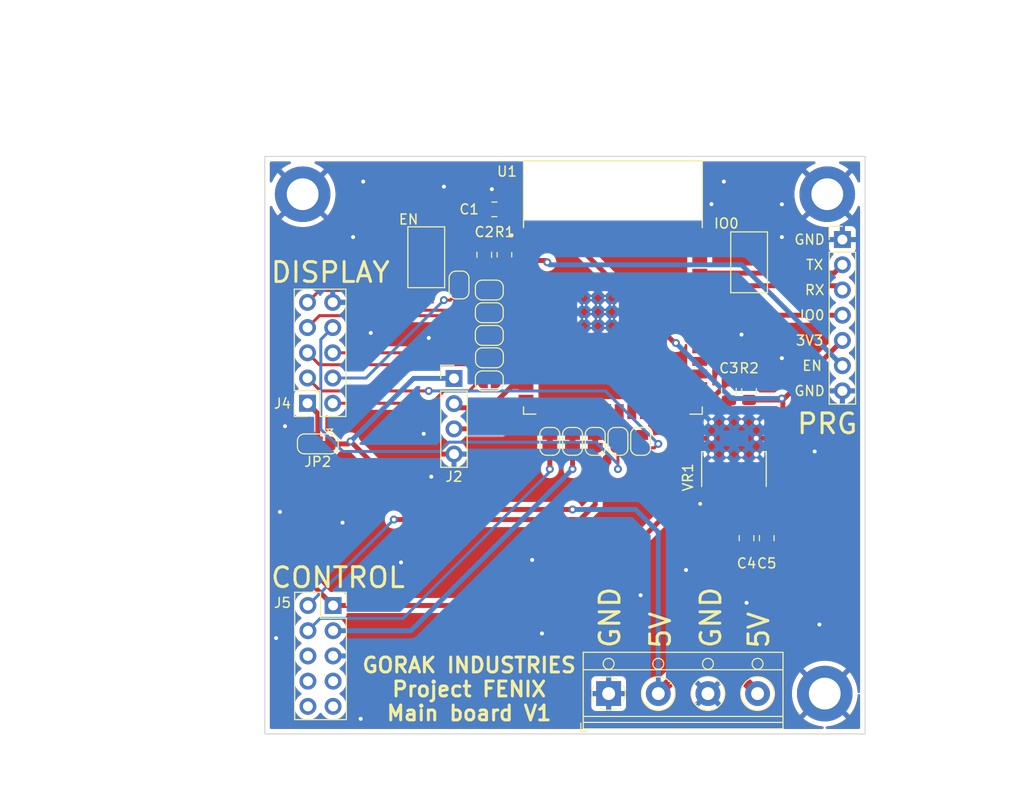
<source format=kicad_pcb>
(kicad_pcb (version 20211014) (generator pcbnew)
  (layers (0 "F.Cu" signal) (31 "B.Cu" signal) (34 "B.Paste" user) (35 "F.Paste" user) (36 "B.SilkS" user "B.Silkscreen") (37 "F.SilkS" user "F.Silkscreen") (38 "B.Mask" user) (39 "F.Mask" user) (44 "Edge.Cuts" user))
  (net 0 "")
  (net 1 "EN")
  (net 2 "GND")
  (net 3 "+3.3V")
  (net 4 "+5V")
  (net 5 "Net-(J4-Pad1)")
  (net 6 "N_out")
  (net 10 "CS")
  (net 11 "D-")
  (net 12 "D+")
  (net 15 "RESET")
  (net 16 "DC{slash}RS")
  (net 17 "LED_back")
  (net 18 "MISO")
  (net 19 "SCK")
  (net 25 "IO0")
  (net 34 "RX0")
  (net 35 "TX0")
  (net 36 "MOSI")
  (net 38 "INT")
  (net 39 "SDA")
  (net 40 "SCL")
  (net 46 "Net-(U1-Pad4)")
  (net 47 "Net-(U1-Pad5)")
  (net 48 "Net-(U1-Pad6)")
  (net 49 "Net-(U1-Pad7)")
  (net 50 "Net-(U1-Pad12)")
  (net 51 "Net-(U1-Pad17)")
  (net 52 "Net-(U1-Pad18)")
  (net 53 "Net-(U1-Pad19)")
  (net 54 "Net-(U1-Pad20)")
  (net 55 "Net-(U1-Pad21)")
  (net 56 "Net-(U1-Pad8)")
  (net 58 "Net-(C5-Pad1)")
  (footprint "TerminalBlock_RND:TerminalBlock_RND_205-00014_1x04_P5.00mm_Horizontal" (layer "F.Cu") (at 200.486 118.872)
    (fp_text reference "J3" hide)
    (fp_text value "VIN")
    (pad "1" thru_hole rect (at 0 0) (size 2.5 2.5) (drill 1.3) (layers *.Cu *.Mask) (net 2 "GND"))
    (pad "2" thru_hole circle (at 5 0) (size 2.5 2.5) (drill 1.3) (layers *.Cu *.Mask) (net 4 "+5V"))
    (pad "3" thru_hole circle (at 10 0) (size 2.5 2.5) (drill 1.3) (layers *.Cu *.Mask) (net 2 "GND"))
    (pad "4" thru_hole circle (at 15 0) (size 2.5 2.5) (drill 1.3) (layers *.Cu *.Mask) (net 4 "+5V"))
  )
  (footprint "Capacitor_SMD:C_0805_2012Metric_Pad1.18x1.45mm_HandSolder" (layer "F.Cu") (at 214.376 103.216 -90)
    (fp_text reference "C4" (at 2.54 0) (layer "F.SilkS"))
    (fp_text value "1uF")
    (pad "1" smd roundrect (at -1.0375 0 270) (size 1.175 1.45) (layers "F.Cu" "F.Paste" "F.Mask") (roundrect_rratio 0.2127659574) (net 3 "+3.3V"))
    (pad "2" smd roundrect (at 1.0375 0 270) (size 1.175 1.45) (layers "F.Cu" "F.Paste" "F.Mask") (roundrect_rratio 0.2127659574) (net 2 "GND"))
  )
  (footprint "Jumper:SolderJumper-2_P1.3mm_Bridged_RoundedPad1.0x1.5mm" (layer "F.Cu") (at 185.42 77.724 90)
    (fp_text reference "JP1" hide)
    (fp_text value "SolderJumper_2_Bridged")
    (fp_poly (pts (xy 0.25 -0.3) (xy -0.25 -0.3) (xy -0.25 0.3) (xy 0.25 0.3)) (layer "F.Cu") (width 0) (fill solid))
    (pad "1" smd custom (at -0.65 0 90) (size 1 0.5) (layers "F.Cu" "F.Mask") (net 15 "RESET") (options (clearance outline) (anchor rect)) (primitives (gr_circle (center 0 0.25) (end 0.5 0.25) (width 0) (fill yes)) (gr_circle (center 0 -0.25) (end 0.5 -0.25) (width 0) (fill yes)) (gr_poly (pts (xy 0.5 0.75) (xy 0 0.75) (xy 0 -0.75) (xy 0.5 -0.75)) (width 0) (fill yes))))
    (pad "2" smd custom (at 0.65 0 90) (size 1 0.5) (layers "F.Cu" "F.Mask") (net 46 "Net-(U1-Pad4)") (options (clearance outline) (anchor rect)) (primitives (gr_circle (center 0 0.25) (end 0.5 0.25) (width 0) (fill yes)) (gr_circle (center 0 -0.25) (end 0.5 -0.25) (width 0) (fill yes)) (gr_poly (pts (xy 0 0.75) (xy -0.5 0.75) (xy -0.5 -0.75) (xy 0 -0.75)) (width 0) (fill yes))))
  )
  (footprint "Capacitor_SMD:C_0805_2012Metric" (layer "F.Cu") (at 187.96 74.676 90)
    (fp_text reference "C2" (at 2.286 0 180) (layer "F.SilkS"))
    (fp_text value "470nF")
    (pad "1" smd roundrect (at -0.95 0 90) (size 1 1.45) (layers "F.Cu" "F.Paste" "F.Mask") (net 1 "EN"))
    (pad "2" smd roundrect (at 0.95 0 90) (size 1 1.45) (layers "F.Cu" "F.Paste" "F.Mask") (net 2 "GND"))
  )
  (footprint "Connector_PinSocket_2.54mm:PinSocket_2x05_P2.54mm_Vertical" (layer "F.Cu") (at 170.16 89.632 180)
    (fp_text reference "J4" (at 2.52 -0.03) (layer "F.SilkS"))
    (fp_text value "Display")
    (pad "1" thru_hole rect (at 0 0 180) (size 1.7 1.7) (drill 1) (layers *.Cu *.Mask) (net 5 "Net-(J4-Pad1)"))
    (pad "2" thru_hole oval (at -2.54 0 180) (size 1.7 1.7) (drill 1) (layers *.Cu *.Mask) (net 6 "N_out"))
    (pad "3" thru_hole oval (at 0 2.54 180) (size 1.7 1.7) (drill 1) (layers *.Cu *.Mask) (net 10 "CS"))
    (pad "4" thru_hole oval (at -2.54 2.54 180) (size 1.7 1.7) (drill 1) (layers *.Cu *.Mask) (net 15 "RESET"))
    (pad "5" thru_hole oval (at 0 5.08 180) (size 1.7 1.7) (drill 1) (layers *.Cu *.Mask) (net 16 "DC{slash}RS"))
    (pad "6" thru_hole oval (at -2.54 5.08 180) (size 1.7 1.7) (drill 1) (layers *.Cu *.Mask) (net 17 "LED_back"))
    (pad "7" thru_hole oval (at 0 7.62 180) (size 1.7 1.7) (drill 1) (layers *.Cu *.Mask) (net 18 "MISO"))
    (pad "8" thru_hole oval (at -2.54 7.62 180) (size 1.7 1.7) (drill 1) (layers *.Cu *.Mask) (net 19 "SCK"))
    (pad "9" thru_hole oval (at 0 10.16 180) (size 1.7 1.7) (drill 1) (layers *.Cu *.Mask) (net 36 "MOSI"))
    (pad "10" thru_hole oval (at -2.54 10.16 180) (size 1.7 1.7) (drill 1) (layers *.Cu *.Mask) (net 2 "GND"))
  )
  (footprint "Capacitor_SMD:C_0805_2012Metric_Pad1.18x1.45mm_HandSolder" (layer "F.Cu") (at 188.976 70.104 180)
    (fp_text reference "C1" (at 2.54 0) (layer "F.SilkS"))
    (fp_text value "100nF")
    (pad "1" smd roundrect (at -1.0375 0 180) (size 1.175 1.45) (layers "F.Cu" "F.Paste" "F.Mask") (roundrect_rratio 0.2127659574) (net 3 "+3.3V"))
    (pad "2" smd roundrect (at 1.0375 0 180) (size 1.175 1.45) (layers "F.Cu" "F.Paste" "F.Mask") (roundrect_rratio 0.2127659574) (net 2 "GND"))
  )
  (footprint "" (layer "F.Cu") (at 169.672 68.58)
    (fp_text reference "" (at 0 0) (layer "F.SilkS") (effects (font (size 1.27 1.27))))
    (fp_text value "" (at 0 0) (layer "F.SilkS") (effects (font (size 1.27 1.27))))
    (pad "1" thru_hole circle (at 0 0) (size 5.6 5.6) (drill 3.2) (layers *.Cu *.Mask) (net 2 "GND"))
  )
  (footprint "Resistor_SMD:R_0805_2012Metric" (layer "F.Cu") (at 214.63 88.392 90)
    (fp_text reference "R2" (at 2.286 0) (layer "F.SilkS"))
    (fp_text value "10k")
    (pad "1" smd roundrect (at -0.9125 0 90) (size 1.025 1.4) (layers "F.Cu" "F.Paste" "F.Mask") (roundrect_rratio 0.243902439) (net 3 "+3.3V"))
    (pad "2" smd roundrect (at 0.9125 0 90) (size 1.025 1.4) (layers "F.Cu" "F.Paste" "F.Mask") (roundrect_rratio 0.243902439) (net 25 "IO0"))
  )
  (footprint "Jumper:SolderJumper-2_P1.3mm_Bridged_RoundedPad1.0x1.5mm" (layer "F.Cu") (at 201.422 93.472 90)
    (fp_text reference "JP10" hide)
    (fp_text value "SolderJumper_2_Bridged")
    (fp_poly (pts (xy 0.25 -0.3) (xy -0.25 -0.3) (xy -0.25 0.3) (xy 0.25 0.3)) (layer "F.Cu") (width 0) (fill solid))
    (pad "1" smd custom (at -0.65 0 90) (size 1 0.5) (layers "F.Cu" "F.Mask") (net 19 "SCK") (options (clearance outline) (anchor rect)) (primitives (gr_circle (center 0 0.25) (end 0.5 0.25) (width 0) (fill yes)) (gr_circle (center 0 -0.25) (end 0.5 -0.25) (width 0) (fill yes)) (gr_poly (pts (xy 0.5 0.75) (xy 0 0.75) (xy 0 -0.75) (xy 0.5 -0.75)) (width 0) (fill yes))))
    (pad "2" smd custom (at 0.65 0 90) (size 1 0.5) (layers "F.Cu" "F.Mask") (net 54 "Net-(U1-Pad20)") (options (clearance outline) (anchor rect)) (primitives (gr_circle (center 0 0.25) (end 0.5 0.25) (width 0) (fill yes)) (gr_circle (center 0 -0.25) (end 0.5 -0.25) (width 0) (fill yes)) (gr_poly (pts (xy 0 0.75) (xy -0.5 0.75) (xy -0.5 -0.75) (xy 0 -0.75)) (width 0) (fill yes))))
  )
  (footprint "Resistor_SMD:R_0805_2012Metric" (layer "F.Cu") (at 189.992 74.676 -90)
    (fp_text reference "R1" (at -2.286 0 180) (layer "F.SilkS"))
    (fp_text value "10k")
    (pad "1" smd roundrect (at -0.9125 0 270) (size 1.025 1.4) (layers "F.Cu" "F.Paste" "F.Mask") (roundrect_rratio 0.243902439) (net 3 "+3.3V"))
    (pad "2" smd roundrect (at 0.9125 0 270) (size 1.025 1.4) (layers "F.Cu" "F.Paste" "F.Mask") (roundrect_rratio 0.243902439) (net 1 "EN"))
  )
  (footprint "Button_Switch_SMD:SW_SPST_CK_RS282G05A3" (layer "F.Cu") (at 182.118 74.93 -90)
    (fp_text reference "EN" (at -3.81 1.778 180) (layer "F.SilkS"))
    (fp_text value "EN")
    (pad "1" smd rect (at -3.9 0 270) (size 1.5 1.5) (layers "F.Cu" "F.Paste" "F.Mask") (net 2 "GND"))
    (pad "2" smd rect (at 3.9 0 270) (size 1.5 1.5) (layers "F.Cu" "F.Paste" "F.Mask") (net 1 "EN"))
  )
  (footprint "Connector_PinHeader_2.54mm:PinHeader_1x07_P2.54mm_Vertical" (layer "F.Cu") (at 224.028 73.147)
    (fp_text reference "J1" hide)
    (fp_text value "PRG_header")
    (pad "1" thru_hole rect (at 0 0) (size 1.7 1.7) (drill 1) (layers *.Cu *.Mask) (net 2 "GND"))
    (pad "2" thru_hole oval (at 0 2.54) (size 1.7 1.7) (drill 1) (layers *.Cu *.Mask) (net 35 "TX0"))
    (pad "3" thru_hole oval (at 0 5.08) (size 1.7 1.7) (drill 1) (layers *.Cu *.Mask) (net 34 "RX0"))
    (pad "4" thru_hole oval (at 0 7.62) (size 1.7 1.7) (drill 1) (layers *.Cu *.Mask) (net 25 "IO0"))
    (pad "5" thru_hole oval (at 0 10.16) (size 1.7 1.7) (drill 1) (layers *.Cu *.Mask) (net 3 "+3.3V"))
    (pad "6" thru_hole oval (at 0 12.7) (size 1.7 1.7) (drill 1) (layers *.Cu *.Mask) (net 1 "EN"))
    (pad "7" thru_hole oval (at 0 15.24) (size 1.7 1.7) (drill 1) (layers *.Cu *.Mask) (net 2 "GND"))
  )
  (footprint "Jumper:SolderJumper-2_P1.3mm_Open_RoundedPad1.0x1.5mm" (layer "F.Cu") (at 188.468 80.518)
    (fp_text reference "JP4" hide)
    (fp_text value "jumper")
    (pad "1" smd custom (at -0.65 0) (size 1 0.5) (layers "F.Cu" "F.Mask") (net 18 "MISO") (options (clearance outline) (anchor rect)) (primitives (gr_circle (center 0 0.25) (end 0.5 0.25) (width 0) (fill yes)) (gr_circle (center 0 -0.25) (end 0.5 -0.25) (width 0) (fill yes)) (gr_poly (pts (xy 0.5 0.75) (xy 0 0.75) (xy 0 -0.75) (xy 0.5 -0.75)) (width 0) (fill yes))))
    (pad "2" smd custom (at 0.65 0) (size 1 0.5) (layers "F.Cu" "F.Mask") (net 48 "Net-(U1-Pad6)") (options (clearance outline) (anchor rect)) (primitives (gr_circle (center 0 0.25) (end 0.5 0.25) (width 0) (fill yes)) (gr_circle (center 0 -0.25) (end 0.5 -0.25) (width 0) (fill yes)) (gr_poly (pts (xy 0 0.75) (xy -0.5 0.75) (xy -0.5 -0.75) (xy 0 -0.75)) (width 0) (fill yes))))
  )
  (footprint "Jumper:SolderJumper-2_P1.3mm_Bridged_RoundedPad1.0x1.5mm" (layer "F.Cu") (at 194.564 93.472 90)
    (fp_text reference "JP7" hide)
    (fp_text value "SolderJumper_2_Bridged")
    (fp_poly (pts (xy 0.25 -0.3) (xy -0.25 -0.3) (xy -0.25 0.3) (xy 0.25 0.3)) (layer "F.Cu") (width 0) (fill solid))
    (pad "1" smd custom (at -0.65 0 90) (size 1 0.5) (layers "F.Cu" "F.Mask") (net 40 "SCL") (options (clearance outline) (anchor rect)) (primitives (gr_circle (center 0 0.25) (end 0.5 0.25) (width 0) (fill yes)) (gr_circle (center 0 -0.25) (end 0.5 -0.25) (width 0) (fill yes)) (gr_poly (pts (xy 0.5 0.75) (xy 0 0.75) (xy 0 -0.75) (xy 0.5 -0.75)) (width 0) (fill yes))))
    (pad "2" smd custom (at 0.65 0 90) (size 1 0.5) (layers "F.Cu" "F.Mask") (net 51 "Net-(U1-Pad17)") (options (clearance outline) (anchor rect)) (primitives (gr_circle (center 0 0.25) (end 0.5 0.25) (width 0) (fill yes)) (gr_circle (center 0 -0.25) (end 0.5 -0.25) (width 0) (fill yes)) (gr_poly (pts (xy 0 0.75) (xy -0.5 0.75) (xy -0.5 -0.75) (xy 0 -0.75)) (width 0) (fill yes))))
  )
  (footprint "TPS79633DCQ:VREG_TPS79633DCQ" (layer "F.Cu") (at 213.106 96.266 90)
    (fp_text reference "VR1" (at -0.825 -4.635 90) (layer "F.SilkS"))
    (fp_text value "TPS79633DCQ")
    (pad "1" smd rect (at -3.1 -2.54 90) (size 2.2 0.6) (layers "F.Cu") (net 4 "+5V"))
    (pad "2" smd rect (at -3.1 -1.27 90) (size 2.2 0.6) (layers "F.Cu") (net 4 "+5V"))
    (pad "3" smd rect (at -3.1 0 90) (size 2.2 0.6) (layers "F.Cu") (net 2 "GND"))
    (pad "4" smd rect (at -3.1 1.27 90) (size 2.2 0.6) (layers "F.Cu") (net 3 "+3.3V"))
    (pad "5" smd rect (at -3.1 2.54 90) (size 2.2 0.6) (layers "F.Cu") (net 58 "Net-(C5-Pad1)"))
    (pad "6" smd rect (at 3.1 0 90) (size 4 5.3) (layers "F.Cu") (net 2 "GND"))
    (pad "7" thru_hole circle (at 4.7 2.25 90) (size 0.6 0.6) (drill 0.5) (layers *.Cu) (net 2 "GND"))
    (pad "8" thru_hole circle (at 4.7 0.75 90) (size 0.6 0.6) (drill 0.5) (layers *.Cu) (net 2 "GND"))
    (pad "9" thru_hole circle (at 4.7 -0.75 90) (size 0.6 0.6) (drill 0.5) (layers *.Cu) (net 2 "GND"))
    (pad "10" thru_hole circle (at 4.7 -2.25 90) (size 0.6 0.6) (drill 0.5) (layers *.Cu) (net 2 "GND"))
    (pad "11" thru_hole circle (at 3.1 2.25 90) (size 0.6 0.6) (drill 0.5) (layers *.Cu) (net 2 "GND"))
    (pad "12" thru_hole circle (at 3.1 -2.25 90) (size 0.6 0.6) (drill 0.5) (layers *.Cu) (net 2 "GND"))
    (pad "13" thru_hole circle (at 1.5 2.25 90) (size 0.6 0.6) (drill 0.5) (layers *.Cu) (net 2 "GND"))
    (pad "14" thru_hole circle (at 1.5 0.75 90) (size 0.6 0.6) (drill 0.5) (layers *.Cu) (net 2 "GND"))
    (pad "15" thru_hole circle (at 1.5 -0.75 90) (size 0.6 0.6) (drill 0.5) (layers *.Cu) (net 2 "GND"))
    (pad "16" thru_hole circle (at 1.5 -2.25 90) (size 0.6 0.6) (drill 0.5) (layers *.Cu) (net 2 "GND"))
  )
  (footprint "MountingHole:MountingHole_3.2mm_M3_DIN965_Pad" (layer "F.Cu") (at 222.25 118.872)
    (fp_text reference "REF**" hide)
    (fp_text value "MountingHole_3.2mm_M3_DIN965_Pad")
    (pad "1" thru_hole circle (at 0 0) (size 5.6 5.6) (drill 3.2) (layers *.Cu *.Mask) (net 2 "GND"))
  )
  (footprint "Connector_PinHeader_2.54mm:PinHeader_1x04_P2.54mm_Vertical" (layer "F.Cu") (at 184.912 87.132)
    (fp_text reference "J2" (at 0 9.896) (layer "F.SilkS"))
    (fp_text value "USB_B")
    (pad "1" thru_hole rect (at 0 0) (size 1.7 1.7) (drill 1) (layers *.Cu *.Mask) (net 4 "+5V"))
    (pad "2" thru_hole oval (at 0 2.54) (size 1.7 1.7) (drill 1) (layers *.Cu *.Mask) (net 11 "D-"))
    (pad "3" thru_hole oval (at 0 5.08) (size 1.7 1.7) (drill 1) (layers *.Cu *.Mask) (net 12 "D+"))
    (pad "4" thru_hole oval (at 0 7.62) (size 1.7 1.7) (drill 1) (layers *.Cu *.Mask) (net 2 "GND"))
  )
  (footprint "Jumper:SolderJumper-2_P1.3mm_Bridged_RoundedPad1.0x1.5mm" (layer "F.Cu") (at 188.468 78.232)
    (fp_text reference "JP3" hide)
    (fp_text value "SolderJumper_2_Bridged")
    (fp_poly (pts (xy 0.25 -0.3) (xy -0.25 -0.3) (xy -0.25 0.3) (xy 0.25 0.3)) (layer "F.Cu") (width 0) (fill solid))
    (pad "1" smd custom (at -0.65 0) (size 1 0.5) (layers "F.Cu" "F.Mask") (net 36 "MOSI") (options (clearance outline) (anchor rect)) (primitives (gr_circle (center 0 0.25) (end 0.5 0.25) (width 0) (fill yes)) (gr_circle (center 0 -0.25) (end 0.5 -0.25) (width 0) (fill yes)) (gr_poly (pts (xy 0.5 0.75) (xy 0 0.75) (xy 0 -0.75) (xy 0.5 -0.75)) (width 0) (fill yes))))
    (pad "2" smd custom (at 0.65 0) (size 1 0.5) (layers "F.Cu" "F.Mask") (net 47 "Net-(U1-Pad5)") (options (clearance outline) (anchor rect)) (primitives (gr_circle (center 0 0.25) (end 0.5 0.25) (width 0) (fill yes)) (gr_circle (center 0 -0.25) (end 0.5 -0.25) (width 0) (fill yes)) (gr_poly (pts (xy 0 0.75) (xy -0.5 0.75) (xy -0.5 -0.75) (xy 0 -0.75)) (width 0) (fill yes))))
  )
  (footprint "Button_Switch_SMD:SW_SPST_CK_RS282G05A3" (layer "F.Cu") (at 214.63 75.438 -90)
    (fp_text reference "IO0" (at -3.91162 2.286 180) (layer "F.SilkS"))
    (fp_text value "IO0")
    (pad "1" smd rect (at -3.9 0 270) (size 1.5 1.5) (layers "F.Cu" "F.Paste" "F.Mask") (net 2 "GND"))
    (pad "2" smd rect (at 3.9 0 270) (size 1.5 1.5) (layers "F.Cu" "F.Paste" "F.Mask") (net 25 "IO0"))
  )
  (footprint "Capacitor_SMD:C_0805_2012Metric_Pad1.18x1.45mm_HandSolder" (layer "F.Cu") (at 216.408 103.216 -90)
    (fp_text reference "C5" (at 2.54 0) (layer "F.SilkS"))
    (fp_text value "10nF")
    (pad "1" smd roundrect (at -1.0375 0 270) (size 1.175 1.45) (layers "F.Cu" "F.Paste" "F.Mask") (roundrect_rratio 0.2127659574) (net 58 "Net-(C5-Pad1)"))
    (pad "2" smd roundrect (at 1.0375 0 270) (size 1.175 1.45) (layers "F.Cu" "F.Paste" "F.Mask") (roundrect_rratio 0.2127659574) (net 2 "GND"))
  )
  (footprint "Jumper:SolderJumper-3_P1.3mm_Bridged12_RoundedPad1.0x1.5mm" (layer "F.Cu") (at 171.196 93.726 180)
    (fp_text reference "JP2" (at 0 -1.8) (layer "F.SilkS"))
    (fp_text value "SolderJumper_3_Bridged12")
    (fp_poly (pts (xy -0.9 -0.3) (xy -0.4 -0.3) (xy -0.4 0.3) (xy -0.9 0.3)) (layer "F.Cu") (width 0) (fill solid))
    (pad "1" smd custom (at -1.3 0 180) (size 1 0.5) (layers "F.Cu" "F.Mask") (net 4 "+5V") (options (clearance outline) (anchor rect)) (primitives (gr_circle (center 0 0.25) (end 0.5 0.25) (width 0) (fill yes)) (gr_circle (center 0 -0.25) (end 0.5 -0.25) (width 0) (fill yes)) (gr_poly (pts (xy 0.55 0.75) (xy 0 0.75) (xy 0 -0.75) (xy 0.55 -0.75)) (width 0) (fill yes))))
    (pad "2" smd rect (at 0 0 180) (size 1 1.5) (layers "F.Cu" "F.Mask") (net 5 "Net-(J4-Pad1)"))
    (pad "3" smd custom (at 1.3 0 180) (size 1 0.5) (layers "F.Cu" "F.Mask") (net 3 "+3.3V") (options (clearance outline) (anchor rect)) (primitives (gr_circle (center 0 0.25) (end 0.5 0.25) (width 0) (fill yes)) (gr_circle (center 0 -0.25) (end 0.5 -0.25) (width 0) (fill yes)) (gr_poly (pts (xy 0 0.75) (xy -0.55 0.75) (xy -0.55 -0.75) (xy 0 -0.75)) (width 0) (fill yes))))
  )
  (footprint "Jumper:SolderJumper-2_P1.3mm_Bridged_RoundedPad1.0x1.5mm" (layer "F.Cu") (at 203.708 93.472 90)
    (fp_text reference "JP11" hide)
    (fp_text value "SolderJumper_2_Bridged")
    (fp_poly (pts (xy 0.25 -0.3) (xy -0.25 -0.3) (xy -0.25 0.3) (xy 0.25 0.3)) (layer "F.Cu") (width 0) (fill solid))
    (pad "1" smd custom (at -0.65 0 90) (size 1 0.5) (layers "F.Cu" "F.Mask") (net 10 "CS") (options (clearance outline) (anchor rect)) (primitives (gr_circle (center 0 0.25) (end 0.5 0.25) (width 0) (fill yes)) (gr_circle (center 0 -0.25) (end 0.5 -0.25) (width 0) (fill yes)) (gr_poly (pts (xy 0.5 0.75) (xy 0 0.75) (xy 0 -0.75) (xy 0.5 -0.75)) (width 0) (fill yes))))
    (pad "2" smd custom (at 0.65 0 90) (size 1 0.5) (layers "F.Cu" "F.Mask") (net 55 "Net-(U1-Pad21)") (options (clearance outline) (anchor rect)) (primitives (gr_circle (center 0 0.25) (end 0.5 0.25) (width 0) (fill yes)) (gr_circle (center 0 -0.25) (end 0.5 -0.25) (width 0) (fill yes)) (gr_poly (pts (xy 0 0.75) (xy -0.5 0.75) (xy -0.5 -0.75) (xy 0 -0.75)) (width 0) (fill yes))))
  )
  (footprint "esp32S3:XCVR_ESP32-S3-WROOM-1-N16R2" (layer "F.Cu") (at 200.914 77.978)
    (fp_text reference "U1" (at -10.668 -11.684) (layer "F.SilkS"))
    (fp_text value "ESP32-S3-WROOM-1-N16R2")
    (pad "1" smd rect (at -8.75 -5.26) (size 1.5 0.9) (layers "F.Cu" "F.Paste" "F.Mask") (net 2 "GND"))
    (pad "2" smd rect (at -8.75 -3.99) (size 1.5 0.9) (layers "F.Cu" "F.Paste" "F.Mask") (net 3 "+3.3V"))
    (pad "3" smd rect (at -8.75 -2.72) (size 1.5 0.9) (layers "F.Cu" "F.Paste" "F.Mask") (net 1 "EN"))
    (pad "4" smd rect (at -8.75 -1.45) (size 1.5 0.9) (layers "F.Cu" "F.Paste" "F.Mask") (net 46 "Net-(U1-Pad4)"))
    (pad "5" smd rect (at -8.75 -0.18) (size 1.5 0.9) (layers "F.Cu" "F.Paste" "F.Mask") (net 47 "Net-(U1-Pad5)"))
    (pad "6" smd rect (at -8.75 1.09) (size 1.5 0.9) (layers "F.Cu" "F.Paste" "F.Mask") (net 48 "Net-(U1-Pad6)"))
    (pad "7" smd rect (at -8.75 2.36) (size 1.5 0.9) (layers "F.Cu" "F.Paste" "F.Mask") (net 49 "Net-(U1-Pad7)"))
    (pad "8" smd rect (at -8.75 3.63) (size 1.5 0.9) (layers "F.Cu" "F.Paste" "F.Mask") (net 56 "Net-(U1-Pad8)"))
    (pad "9" smd rect (at -8.75 4.9) (size 1.5 0.9) (layers "F.Cu" "F.Paste" "F.Mask"))
    (pad "10" smd rect (at -8.75 6.17) (size 1.5 0.9) (layers "F.Cu" "F.Paste" "F.Mask"))
    (pad "11" smd rect (at -8.75 7.44) (size 1.5 0.9) (layers "F.Cu" "F.Paste" "F.Mask"))
    (pad "12" smd rect (at -8.75 8.71) (size 1.5 0.9) (layers "F.Cu" "F.Paste" "F.Mask") (net 50 "Net-(U1-Pad12)"))
    (pad "13" smd rect (at -8.75 9.98) (size 1.5 0.9) (layers "F.Cu" "F.Paste" "F.Mask") (net 11 "D-"))
    (pad "14" smd rect (at -8.75 11.25) (size 1.5 0.9) (layers "F.Cu" "F.Paste" "F.Mask") (net 12 "D+"))
    (pad "15" smd rect (at -6.985 12.5) (size 0.9 1.5) (layers "F.Cu" "F.Paste" "F.Mask"))
    (pad "16" smd rect (at -5.715 12.5) (size 0.9 1.5) (layers "F.Cu" "F.Paste" "F.Mask"))
    (pad "17" smd rect (at -4.445 12.5) (size 0.9 1.5) (layers "F.Cu" "F.Paste" "F.Mask") (net 51 "Net-(U1-Pad17)"))
    (pad "18" smd rect (at -3.175 12.5) (size 0.9 1.5) (layers "F.Cu" "F.Paste" "F.Mask") (net 52 "Net-(U1-Pad18)"))
    (pad "19" smd rect (at -1.905 12.5) (size 0.9 1.5) (layers "F.Cu" "F.Paste" "F.Mask") (net 53 "Net-(U1-Pad19)"))
    (pad "20" smd rect (at -0.635 12.5) (size 0.9 1.5) (layers "F.Cu" "F.Paste" "F.Mask") (net 54 "Net-(U1-Pad20)"))
    (pad "21" smd rect (at 0.635 12.5) (size 0.9 1.5) (layers "F.Cu" "F.Paste" "F.Mask") (net 55 "Net-(U1-Pad21)"))
    (pad "22" smd rect (at 1.905 12.5) (size 0.9 1.5) (layers "F.Cu" "F.Paste" "F.Mask"))
    (pad "23" smd rect (at 3.175 12.5) (size 0.9 1.5) (layers "F.Cu" "F.Paste" "F.Mask"))
    (pad "24" smd rect (at 4.445 12.5) (size 0.9 1.5) (layers "F.Cu" "F.Paste" "F.Mask"))
    (pad "25" smd rect (at 5.715 12.5) (size 0.9 1.5) (layers "F.Cu" "F.Paste" "F.Mask"))
    (pad "26" smd rect (at 6.985 12.5) (size 0.9 1.5) (layers "F.Cu" "F.Paste" "F.Mask"))
    (pad "27" smd rect (at 8.75 11.25) (size 1.5 0.9) (layers "F.Cu" "F.Paste" "F.Mask") (net 25 "IO0"))
    (pad "28" smd rect (at 8.75 9.98) (size 1.5 0.9) (layers "F.Cu" "F.Paste" "F.Mask"))
    (pad "29" smd rect (at 8.75 8.71) (size 1.5 0.9) (layers "F.Cu" "F.Paste" "F.Mask"))
    (pad "30" smd rect (at 8.75 7.44) (size 1.5 0.9) (layers "F.Cu" "F.Paste" "F.Mask"))
    (pad "31" smd rect (at 8.75 6.17) (size 1.5 0.9) (layers "F.Cu" "F.Paste" "F.Mask"))
    (pad "32" smd rect (at 8.75 4.9) (size 1.5 0.9) (layers "F.Cu" "F.Paste" "F.Mask"))
    (pad "33" smd rect (at 8.75 3.63) (size 1.5 0.9) (layers "F.Cu" "F.Paste" "F.Mask"))
    (pad "34" smd rect (at 8.75 2.36) (size 1.5 0.9) (layers "F.Cu" "F.Paste" "F.Mask"))
    (pad "35" smd rect (at 8.75 1.09) (size 1.5 0.9) (layers "F.Cu" "F.Paste" "F.Mask"))
    (pad "36" smd rect (at 8.75 -0.18) (size 1.5 0.9) (layers "F.Cu" "F.Paste" "F.Mask") (net 34 "RX0"))
    (pad "37" smd rect (at 8.75 -1.45) (size 1.5 0.9) (layers "F.Cu" "F.Paste" "F.Mask") (net 35 "TX0"))
    (pad "38" smd rect (at 8.75 -2.72) (size 1.5 0.9) (layers "F.Cu" "F.Paste" "F.Mask"))
    (pad "39" smd rect (at 8.75 -3.99) (size 1.5 0.9) (layers "F.Cu" "F.Paste" "F.Mask"))
    (pad "40" smd rect (at 8.75 -5.26) (size 1.5 0.9) (layers "F.Cu" "F.Paste" "F.Mask") (net 2 "GND"))
    (pad "41_1" smd rect (at -1.5 2.46) (size 0.9 0.9) (layers "F.Cu" "F.Paste" "F.Mask") (net 2 "GND"))
    (pad "41_2" smd rect (at -2.9 2.46) (size 0.9 0.9) (layers "F.Cu" "F.Paste" "F.Mask") (net 2 "GND"))
    (pad "41_3" smd rect (at -0.1 2.46) (size 0.9 0.9) (layers "F.Cu" "F.Paste" "F.Mask") (net 2 "GND"))
    (pad "41_4" smd rect (at -2.9 3.86) (size 0.9 0.9) (layers "F.Cu" "F.Paste" "F.Mask") (net 2 "GND"))
    (pad "41_5" smd rect (at -1.5 3.86) (size 0.9 0.9) (layers "F.Cu" "F.Paste" "F.Mask") (net 2 "GND"))
    (pad "41_6" smd rect (at -0.1 3.86) (size 0.9 0.9) (layers "F.Cu" "F.Paste" "F.Mask") (net 2 "GND"))
    (pad "41_7" smd rect (at -2.9 1.06) (size 0.9 0.9) (layers "F.Cu" "F.Paste" "F.Mask") (net 2 "GND"))
    (pad "41_8" smd rect (at -1.5 1.06) (size 0.9 0.9) (layers "F.Cu" "F.Paste" "F.Mask") (net 2 "GND"))
    (pad "41_9" smd rect (at -0.1 1.06) (size 0.9 0.9) (layers "F.Cu" "F.Paste" "F.Mask") (net 2 "GND"))
    (pad "41_10" thru_hole circle (at -1.5 1.76) (size 0.4 0.4) (drill 0.2) (layers *.Cu) (net 2 "GND"))
    (pad "41_11" thru_hole circle (at -2.9 1.76) (size 0.4 0.4) (drill 0.2) (layers *.Cu) (net 2 "GND"))
    (pad "41_12" thru_hole circle (at -0.1 1.76) (size 0.4 0.4) (drill 0.2) (layers *.Cu) (net 2 "GND"))
    (pad "41_13" thru_hole circle (at -2.9 3.16) (size 0.4 0.4) (drill 0.2) (layers *.Cu) (net 2 "GND"))
    (pad "41_14" thru_hole circle (at -1.5 3.16) (size 0.4 0.4) (drill 0.2) (layers *.Cu) (net 2 "GND"))
    (pad "41_15" thru_hole circle (at -0.1 3.16) (size 0.4 0.4) (drill 0.2) (layers *.Cu) (net 2 "GND"))
    (pad "41_16" thru_hole circle (at -2.2 1.06) (size 0.4 0.4) (drill 0.2) (layers *.Cu) (net 2 "GND"))
    (pad "41_17" thru_hole circle (at -0.8 1.06) (size 0.4 0.4) (drill 0.2) (layers *.Cu) (net 2 "GND"))
    (pad "41_18" thru_hole circle (at -2.2 2.46) (size 0.4 0.4) (drill 0.2) (layers *.Cu) (net 2 "GND"))
    (pad "41_19" thru_hole circle (at -0.8 2.46) (size 0.4 0.4) (drill 0.2) (layers *.Cu) (net 2 "GND"))
    (pad "41_20" thru_hole circle (at -2.2 3.86) (size 0.4 0.4) (drill 0.2) (layers *.Cu) (net 2 "GND"))
    (pad "41_21" thru_hole circle (at -0.8 3.86) (size 0.4 0.4) (drill 0.2) (layers *.Cu) (net 2 "GND"))
    (zone (net 0) (net_name "") (layer "F.Cu") (connect_pads (clearance 0)) (min_thickness 0.01)
      (keepout (tracks not_allowed) (vias not_allowed) (pads not_allowed) (copperpour not_allowed) (footprints allowed))
      (fill (thermal_gap 0.508) (thermal_bridge_width 0.508))
      (polygon (pts (xy 191.914 65.228) (xy 209.914 65.228) (xy 209.914 71.228) (xy 191.914 71.228)))
    )
    (zone (net 0) (net_name "") (layer "B.Cu") (connect_pads (clearance 0)) (min_thickness 0.01)
      (keepout (tracks not_allowed) (vias not_allowed) (pads not_allowed) (copperpour not_allowed) (footprints allowed))
      (fill (thermal_gap 0.508) (thermal_bridge_width 0.508))
      (polygon (pts (xy 191.914 65.228) (xy 209.914 65.228) (xy 209.914 71.228) (xy 191.914 71.228)))
    )
  )
  (footprint "Connector_PinSocket_2.54mm:PinSocket_2x05_P2.54mm_Vertical" (layer "F.Cu") (at 172.74 110)
    (fp_text reference "J5" (at -5.1 -0.272 180) (layer "F.SilkS"))
    (fp_text value "Control")
    (pad "1" thru_hole rect (at 0 0) (size 1.7 1.7) (drill 1) (layers *.Cu *.Mask) (net 3 "+3.3V"))
    (pad "2" thru_hole oval (at -2.54 0) (size 1.7 1.7) (drill 1) (layers *.Cu *.Mask) (net 38 "INT"))
    (pad "3" thru_hole oval (at 0 2.54) (size 1.7 1.7) (drill 1) (layers *.Cu *.Mask) (net 39 "SDA"))
    (pad "4" thru_hole oval (at -2.54 2.54) (size 1.7 1.7) (drill 1) (layers *.Cu *.Mask) (net 40 "SCL"))
    (pad "5" thru_hole oval (at 0 5.08) (size 1.7 1.7) (drill 1) (layers *.Cu *.Mask) (net 2 "GND"))
    (pad "6" thru_hole oval (at -2.54 5.08) (size 1.7 1.7) (drill 1) (layers *.Cu *.Mask))
    (pad "7" thru_hole oval (at 0 7.62) (size 1.7 1.7) (drill 1) (layers *.Cu *.Mask))
    (pad "8" thru_hole oval (at -2.54 7.62) (size 1.7 1.7) (drill 1) (layers *.Cu *.Mask))
    (pad "9" thru_hole oval (at 0 10.16) (size 1.7 1.7) (drill 1) (layers *.Cu *.Mask))
    (pad "10" thru_hole oval (at -2.54 10.16) (size 1.7 1.7) (drill 1) (layers *.Cu *.Mask))
  )
  (footprint "Capacitor_SMD:C_0805_2012Metric" (layer "F.Cu") (at 212.598 88.392 -90)
    (fp_text reference "C3" (at -2.286 0) (layer "F.SilkS"))
    (fp_text value "470nF")
    (pad "1" smd roundrect (at -0.95 0 270) (size 1 1.45) (layers "F.Cu" "F.Paste" "F.Mask") (net 25 "IO0"))
    (pad "2" smd roundrect (at 0.95 0 270) (size 1 1.45) (layers "F.Cu" "F.Paste" "F.Mask") (net 2 "GND"))
  )
  (footprint "Jumper:SolderJumper-2_P1.3mm_Bridged_RoundedPad1.0x1.5mm" (layer "F.Cu") (at 188.468 87.376)
    (fp_text reference "JP6" hide)
    (fp_text value "SolderJumper_2_Bridged")
    (fp_poly (pts (xy 0.25 -0.3) (xy -0.25 -0.3) (xy -0.25 0.3) (xy 0.25 0.3)) (layer "F.Cu") (width 0) (fill solid))
    (pad "1" smd custom (at -0.65 0) (size 1 0.5) (layers "F.Cu" "F.Mask") (net 6 "N_out") (options (clearance outline) (anchor rect)) (primitives (gr_circle (center 0 0.25) (end 0.5 0.25) (width 0) (fill yes)) (gr_circle (center 0 -0.25) (end 0.5 -0.25) (width 0) (fill yes)) (gr_poly (pts (xy 0.5 0.75) (xy 0 0.75) (xy 0 -0.75) (xy 0.5 -0.75)) (width 0) (fill yes))))
    (pad "2" smd custom (at 0.65 0) (size 1 0.5) (layers "F.Cu" "F.Mask") (net 50 "Net-(U1-Pad12)") (options (clearance outline) (anchor rect)) (primitives (gr_circle (center 0 0.25) (end 0.5 0.25) (width 0) (fill yes)) (gr_circle (center 0 -0.25) (end 0.5 -0.25) (width 0) (fill yes)) (gr_poly (pts (xy 0 0.75) (xy -0.5 0.75) (xy -0.5 -0.75) (xy 0 -0.75)) (width 0) (fill yes))))
  )
  (footprint "Jumper:SolderJumper-2_P1.3mm_Bridged_RoundedPad1.0x1.5mm" (layer "F.Cu") (at 196.85 93.472 90)
    (fp_text reference "JP8" hide)
    (fp_text value "SolderJumper_2_Bridged")
    (fp_poly (pts (xy 0.25 -0.3) (xy -0.25 -0.3) (xy -0.25 0.3) (xy 0.25 0.3)) (layer "F.Cu") (width 0) (fill solid))
    (pad "1" smd custom (at -0.65 0 90) (size 1 0.5) (layers "F.Cu" "F.Mask") (net 39 "SDA") (options (clearance outline) (anchor rect)) (primitives (gr_circle (center 0 0.25) (end 0.5 0.25) (width 0) (fill yes)) (gr_circle (center 0 -0.25) (end 0.5 -0.25) (width 0) (fill yes)) (gr_poly (pts (xy 0.5 0.75) (xy 0 0.75) (xy 0 -0.75) (xy 0.5 -0.75)) (width 0) (fill yes))))
    (pad "2" smd custom (at 0.65 0 90) (size 1 0.5) (layers "F.Cu" "F.Mask") (net 52 "Net-(U1-Pad18)") (options (clearance outline) (anchor rect)) (primitives (gr_circle (center 0 0.25) (end 0.5 0.25) (width 0) (fill yes)) (gr_circle (center 0 -0.25) (end 0.5 -0.25) (width 0) (fill yes)) (gr_poly (pts (xy 0 0.75) (xy -0.5 0.75) (xy -0.5 -0.75) (xy 0 -0.75)) (width 0) (fill yes))))
  )
  (footprint "" (layer "F.Cu") (at 222.504 68.58)
    (fp_text reference "" (at 0 0) (layer "F.SilkS") (effects (font (size 1.27 1.27))))
    (fp_text value "" (at 0 0) (layer "F.SilkS") (effects (font (size 1.27 1.27))))
    (pad "1" thru_hole circle (at 0 0) (size 5.6 5.6) (drill 3.2) (layers *.Cu *.Mask) (net 2 "GND"))
  )
  (footprint "Jumper:SolderJumper-2_P1.3mm_Bridged_RoundedPad1.0x1.5mm" (layer "F.Cu") (at 188.468 82.804)
    (fp_text reference "JP5" hide)
    (fp_text value "SolderJumper_2_Bridged")
    (fp_poly (pts (xy 0.25 -0.3) (xy -0.25 -0.3) (xy -0.25 0.3) (xy 0.25 0.3)) (layer "F.Cu") (width 0) (fill solid))
    (pad "1" smd custom (at -0.65 0) (size 1 0.5) (layers "F.Cu" "F.Mask") (net 17 "LED_back") (options (clearance outline) (anchor rect)) (primitives (gr_circle (center 0 0.25) (end 0.5 0.25) (width 0) (fill yes)) (gr_circle (center 0 -0.25) (end 0.5 -0.25) (width 0) (fill yes)) (gr_poly (pts (xy 0.5 0.75) (xy 0 0.75) (xy 0 -0.75) (xy 0.5 -0.75)) (width 0) (fill yes))))
    (pad "2" smd custom (at 0.65 0) (size 1 0.5) (layers "F.Cu" "F.Mask") (net 49 "Net-(U1-Pad7)") (options (clearance outline) (anchor rect)) (primitives (gr_circle (center 0 0.25) (end 0.5 0.25) (width 0) (fill yes)) (gr_circle (center 0 -0.25) (end 0.5 -0.25) (width 0) (fill yes)) (gr_poly (pts (xy 0 0.75) (xy -0.5 0.75) (xy -0.5 -0.75) (xy 0 -0.75)) (width 0) (fill yes))))
  )
  (footprint "Jumper:SolderJumper-2_P1.3mm_Bridged_RoundedPad1.0x1.5mm" (layer "F.Cu") (at 199.136 93.472 90)
    (fp_text reference "JP9" hide)
    (fp_text value "SolderJumper_2_Bridged")
    (fp_poly (pts (xy 0.25 -0.3) (xy -0.25 -0.3) (xy -0.25 0.3) (xy 0.25 0.3)) (layer "F.Cu") (width 0) (fill solid))
    (pad "1" smd custom (at -0.65 0 90) (size 1 0.5) (layers "F.Cu" "F.Mask") (net 38 "INT") (options (clearance outline) (anchor rect)) (primitives (gr_circle (center 0 0.25) (end 0.5 0.25) (width 0) (fill yes)) (gr_circle (center 0 -0.25) (end 0.5 -0.25) (width 0) (fill yes)) (gr_poly (pts (xy 0.5 0.75) (xy 0 0.75) (xy 0 -0.75) (xy 0.5 -0.75)) (width 0) (fill yes))))
    (pad "2" smd custom (at 0.65 0 90) (size 1 0.5) (layers "F.Cu" "F.Mask") (net 53 "Net-(U1-Pad19)") (options (clearance outline) (anchor rect)) (primitives (gr_circle (center 0 0.25) (end 0.5 0.25) (width 0) (fill yes)) (gr_circle (center 0 -0.25) (end 0.5 -0.25) (width 0) (fill yes)) (gr_poly (pts (xy 0 0.75) (xy -0.5 0.75) (xy -0.5 -0.75) (xy 0 -0.75)) (width 0) (fill yes))))
  )
  (footprint "Jumper:SolderJumper-2_P1.3mm_Bridged_RoundedPad1.0x1.5mm" (layer "F.Cu") (at 188.482214 85.056009)
    (fp_text reference "JP12" hide)
    (fp_text value "SolderJumper_2_Bridged")
    (fp_poly (pts (xy 0.25 -0.3) (xy -0.25 -0.3) (xy -0.25 0.3) (xy 0.25 0.3)) (layer "F.Cu") (width 0) (fill solid))
    (pad "1" smd custom (at -0.65 0) (size 1 0.5) (layers "F.Cu" "F.Mask") (net 16 "DC{slash}RS") (options (clearance outline) (anchor rect)) (primitives (gr_circle (center 0 0.25) (end 0.5 0.25) (width 0) (fill yes)) (gr_circle (center 0 -0.25) (end 0.5 -0.25) (width 0) (fill yes)) (gr_poly (pts (xy 0.5 0.75) (xy 0 0.75) (xy 0 -0.75) (xy 0.5 -0.75)) (width 0) (fill yes))))
    (pad "2" smd custom (at 0.65 0) (size 1 0.5) (layers "F.Cu" "F.Mask") (net 56 "Net-(U1-Pad8)") (options (clearance outline) (anchor rect)) (primitives (gr_circle (center 0 0.25) (end 0.5 0.25) (width 0) (fill yes)) (gr_circle (center 0 -0.25) (end 0.5 -0.25) (width 0) (fill yes)) (gr_poly (pts (xy 0 0.75) (xy -0.5 0.75) (xy -0.5 -0.75) (xy 0 -0.75)) (width 0) (fill yes))))
  )
  (gr_rect (start 226.314 122.936) (end 165.862 64.77) (layer "Edge.Cuts") (width 0.1) (fill none))
  (gr_text "CONTROL\n" (at 173.228 107.188) (layer "F.SilkS") (effects (font (size 2 2) (thickness 0.3))))
  (gr_text "GND\n" (at 210.78 111.206 90) (layer "F.SilkS") (effects (font (size 2 2) (thickness 0.3))))
  (gr_text "GND\n" (at 200.62 111.206 90) (layer "F.SilkS") (effects (font (size 2 2) (thickness 0.3))))
  (gr_text "EN\n" (at 220.98 85.852) (layer "F.SilkS") (effects (font (size 1 1))))
  (gr_text "DISPLAY" (at 172.466 76.454) (layer "F.SilkS") (effects (font (size 2 2) (thickness 0.3))))
  (gr_text "GND\n" (at 220.726 73.152) (layer "F.SilkS") (effects (font (size 1 1))))
  (gr_text "5V\n" (at 215.606 112.476 90) (layer "F.SilkS") (effects (font (size 2 2) (thickness 0.3))))
  (gr_text "3V3\n" (at 220.726 83.312) (layer "F.SilkS") (effects (font (size 1 1))))
  (gr_text "GND\n" (at 220.726 88.392) (layer "F.SilkS") (effects (font (size 1 1))))
  (gr_text "5V\n" (at 205.7 112.476 90) (layer "F.SilkS") (effects (font (size 2 2) (thickness 0.3))))
  (gr_text "TX\n" (at 221.234 75.692) (layer "F.SilkS") (effects (font (size 1 1))))
  (gr_text "PRG\n" (at 222.504 91.694) (layer "F.SilkS") (effects (font (size 2 2) (thickness 0.3))))
  (gr_text "GORAK INDUSTRIES\nProject FENIX\nMain board V1\n\n" (at 186.436 119.634) (layer "F.SilkS") (effects (font (size 1.5 1.5) (thickness 0.3))))
  (gr_text "RX\n" (at 221.234 78.232) (layer "F.SilkS") (effects (font (size 1 1))))
  (gr_text "IO0" (at 220.98 80.772) (layer "F.SilkS") (effects (font (size 1 1))))
  (segment (start 192.164 75.258) (end 194.13 75.258) (width 0.5) (layer "F.Cu") (net 1))
  (segment (start 182.118 78.83) (end 182.118 77.58) (width 0.5) (layer "F.Cu") (net 1))
  (segment (start 190.3225 75.258) (end 189.992 75.5885) (width 0.5) (layer "F.Cu") (net 1))
  (segment (start 187.96 75.626) (end 189.9545 75.626) (width 0.5) (layer "F.Cu") (net 1))
  (segment (start 184.072 75.626) (end 187.96 75.626) (width 0.5) (layer "F.Cu") (net 1))
  (segment (start 192.164 75.258) (end 190.3225 75.258) (width 0.5) (layer "F.Cu") (net 1))
  (segment (start 189.9545 75.626) (end 189.992 75.5885) (width 0.5) (layer "F.Cu") (net 1))
  (segment (start 194.13 75.258) (end 194.31 75.438) (width 0.5) (layer "F.Cu") (net 1))
  (segment (start 182.118 77.58) (end 184.072 75.626) (width 0.5) (layer "F.Cu") (net 1))
  (via (at 194.31 75.438) (size 0.8) (drill 0.4) (layers "F.Cu" "B.Cu") (net 1))
  (segment (start 213.873 75.692) (end 194.564 75.692) (width 0.5) (layer "B.Cu") (net 1))
  (segment (start 224.028 85.847) (end 213.873 75.692) (width 0.5) (layer "B.Cu") (net 1))
  (segment (start 194.564 75.692) (end 194.31 75.438) (width 0.5) (layer "B.Cu") (net 1))
  (via (at 213.864473 82.716092) (size 0.8) (drill 0.4) (layers "F.Cu" "B.Cu") (net 2))
  (via (at 176.53 82.55) (size 0.8) (drill 0.4) (layers "F.Cu" "B.Cu") (net 2))
  (via (at 179.578 105.664) (size 0.8) (drill 0.4) (layers "F.Cu" "B.Cu") (net 2))
  (via (at 193.768327 112.817532) (size 0.8) (drill 0.4) (layers "F.Cu" "B.Cu") (net 2))
  (via (at 175.514 121.412) (size 0.8) (drill 0.4) (layers "F.Cu" "B.Cu") (net 2))
  (via (at 212.09 67.31) (size 0.8) (drill 0.4) (layers "F.Cu" "B.Cu") (net 2))
  (via (at 173.68671 101.659643) (size 0.8) (drill 0.4) (layers "F.Cu" "B.Cu") (net 2))
  (via (at 188.722 68.072) (size 0.8) (drill 0.4) (layers "F.Cu" "B.Cu") (net 2))
  (via (at 214.376 109.728) (size 0.8) (drill 0.4) (layers "F.Cu" "B.Cu") (net 2))
  (via (at 175.768 67.31) (size 0.8) (drill 0.4) (layers "F.Cu" "B.Cu") (net 2))
  (via (at 167.384569 100.574848) (size 0.8) (drill 0.4) (layers "F.Cu" "B.Cu") (net 2))
  (via (at 183.896 67.818) (size 0.8) (drill 0.4) (layers "F.Cu" "B.Cu") (net 2))
  (via (at 210.842545 69.582326) (size 0.8) (drill 0.4) (layers "F.Cu" "B.Cu") (net 2))
  (via (at 208.28 106.426) (size 0.8) (drill 0.4) (layers "F.Cu" "B.Cu") (net 2))
  (via (at 221.234 94.488) (size 0.8) (drill 0.4) (layers "F.Cu" "B.Cu") (net 2))
  (via (at 217.932 85.09) (size 0.8) (drill 0.4) (layers "F.Cu" "B.Cu") (net 2))
  (via (at 181.864 92.71) (size 0.8) (drill 0.4) (layers "F.Cu" "B.Cu") (net 2))
  (via (at 221.714707 111.913536) (size 0.8) (drill 0.4) (layers "F.Cu" "B.Cu") (net 2))
  (via (at 217.932 69.596) (size 0.8) (drill 0.4) (layers "F.Cu" "B.Cu") (net 2))
  (via (at 182.626 97.028) (size 0.8) (drill 0.4) (layers "F.Cu" "B.Cu") (net 2))
  (via (at 192.786 105.41) (size 0.8) (drill 0.4) (layers "F.Cu" "B.Cu") (net 2))
  (via (at 166.997142 113.282444) (size 0.8) (drill 0.4) (layers "F.Cu" "B.Cu") (net 2))
  (via (at 167.894 91.948) (size 0.8) (drill 0.4) (layers "F.Cu" "B.Cu") (net 2))
  (via (at 182.372 83.058) (size 0.8) (drill 0.4) (layers "F.Cu" "B.Cu") (net 2))
  (via (at 203.708 108.966) (size 0.8) (drill 0.4) (layers "F.Cu" "B.Cu") (net 2))
  (via (at 174.752 72.898) (size 0.8) (drill 0.4) (layers "F.Cu" "B.Cu") (net 2))
  (via (at 217.932 72.898) (size 0.8) (drill 0.4) (layers "F.Cu" "B.Cu") (net 2))
  (segment (start 172.74 110) (end 197.086 110) (width 0.5) (layer "F.Cu") (net 3))
  (segment (start 190.0135 73.742) (end 189.992 73.7635) (width 0.5) (layer "F.Cu") (net 3))
  (segment (start 172.74 110) (end 172.738 110) (width 0.5) (layer "F.Cu") (net 3))
  (segment (start 207.142 83.566) (end 207.264 83.566) (width 0.5) (layer "F.Cu") (net 3))
  (segment (start 214.376 98.566) (end 215.399 97.543) (width 0.5) (layer "F.Cu") (net 3))
  (segment (start 218.0305 94.9115) (end 218.0305 89.3045) (width 0.5) (layer "F.Cu") (net 3))
  (segment (start 192.164 73.988) (end 197.564 73.988) (width 0.5) (layer "F.Cu") (net 3))
  (segment (start 215.399 97.543) (end 218.0305 94.9115) (width 0.5) (layer "F.Cu") (net 3))
  (segment (start 214.376 99.366) (end 214.376 98.566) (width 0.5) (layer "F.Cu") (net 3))
  (segment (start 215.392 97.536) (end 215.399 97.543) (width 0.5) (layer "F.Cu") (net 3))
  (segment (start 214.376 99.366) (end 214.376 102.1785) (width 0.5) (layer "F.Cu") (net 3))
  (segment (start 218.0305 89.3045) (end 224.028 83.307) (width 0.5) (layer "F.Cu") (net 3))
  (segment (start 172.738 110) (end 169.896 107.158) (width 0.5) (layer "F.Cu") (net 3))
  (segment (start 169.896 107.158) (end 169.896 93.726) (width 0.5) (layer "F.Cu") (net 3))
  (segment (start 197.086 110) (end 209.55 97.536) (width 0.5) (layer "F.Cu") (net 3))
  (segment (start 209.55 97.536) (end 215.392 97.536) (width 0.5) (layer "F.Cu") (net 3))
  (segment (start 197.564 73.988) (end 207.142 83.566) (width 0.5) (layer "F.Cu") (net 3))
  (segment (start 189.992 73.7635) (end 191.9395 73.7635) (width 0.5) (layer "F.Cu") (net 3))
  (segment (start 191.9395 73.7635) (end 192.164 73.988) (width 0.5) (layer "F.Cu") (net 3))
  (segment (start 214.63 89.3045) (end 218.0305 89.3045) (width 0.5) (layer "F.Cu") (net 3))
  (segment (start 190.0135 70.104) (end 190.0135 73.742) (width 0.5) (layer "F.Cu") (net 3))
  (via (at 217.932 89.154) (size 0.8) (drill 0.4) (layers "F.Cu" "B.Cu") (net 3))
  (via (at 207.264 83.566) (size 0.8) (drill 0.4) (layers "F.Cu" "B.Cu") (net 3))
  (segment (start 207.264 83.566) (end 212.852 89.154) (width 0.5) (layer "B.Cu") (net 3))
  (segment (start 212.852 89.154) (end 217.932 89.154) (width 0.5) (layer "B.Cu") (net 3))
  (segment (start 172.496 93.726) (end 174.244 93.726) (width 0.5) (layer "F.Cu") (net 4))
  (segment (start 181.356 100.33) (end 196.85 100.33) (width 0.5) (layer "F.Cu") (net 4))
  (segment (start 174.498 93.472) (end 181.356 100.33) (width 0.5) (layer "F.Cu") (net 4))
  (segment (start 174.244 93.726) (end 174.498 93.472) (width 0.5) (layer "F.Cu") (net 4))
  (segment (start 208.072 116.286) (end 212.9 116.286) (width 1) (layer "F.Cu") (net 4))
  (segment (start 212.9 116.286) (end 215.486 118.872) (width 1) (layer "F.Cu") (net 4))
  (segment (start 205.486 118.872) (end 208.072 116.286) (width 1) (layer "F.Cu") (net 4))
  (segment (start 210.566 99.366) (end 210.566 108.25) (width 1) (layer "F.Cu") (net 4))
  (segment (start 208.072 110.744) (end 208.072 116.286) (width 1) (layer "F.Cu") (net 4))
  (segment (start 210.566 108.25) (end 208.072 110.744) (width 1) (layer "F.Cu") (net 4))
  (segment (start 210.566 99.366) (end 211.836 99.366) (width 1) (layer "F.Cu") (net 4))
  (via (at 196.85 100.33) (size 0.8) (drill 0.4) (layers "F.Cu" "B.Cu") (net 4))
  (via (at 174.498 93.472) (size 0.8) (drill 0.4) (layers "F.Cu" "B.Cu") (net 4))
  (segment (start 180.838 87.132) (end 184.912 87.132) (width 0.5) (layer "B.Cu") (net 4))
  (segment (start 203.2 100.33) (end 205.486 102.616) (width 0.5) (layer "B.Cu") (net 4))
  (segment (start 205.486 102.616) (end 205.486 118.872) (width 0.5) (layer "B.Cu") (net 4))
  (segment (start 174.498 93.472) (end 180.838 87.132) (width 0.5) (layer "B.Cu") (net 4))
  (segment (start 196.85 100.33) (end 203.2 100.33) (width 0.5) (layer "B.Cu") (net 4))
  (segment (start 171.196 90.668) (end 171.196 93.726) (width 0.5) (layer "F.Cu") (net 5))
  (segment (start 170.16 89.632) (end 171.196 90.668) (width 0.5) (layer "F.Cu") (net 5))
  (segment (start 172.7 89.632) (end 182.656 89.632) (width 0.3) (layer "F.Cu") (net 6))
  (segment (start 182.656 89.632) (end 183.896 88.392) (width 0.3) (layer "F.Cu") (net 6))
  (segment (start 187.818 87.376) (end 187.452 87.376) (width 0.3) (layer "F.Cu") (net 6))
  (segment (start 186.436 88.392) (end 183.896 88.392) (width 0.3) (layer "F.Cu") (net 6))
  (segment (start 187.452 87.376) (end 186.436 88.392) (width 0.3) (layer "F.Cu") (net 6))
  (segment (start 182.118 88.392) (end 182.372 88.392) (width 0.3) (layer "F.Cu") (net 10))
  (segment (start 171.46 88.392) (end 182.118 88.392) (width 0.3) (layer "F.Cu") (net 10))
  (segment (start 205.09 94.122) (end 203.708 94.122) (width 0.3) (layer "F.Cu") (net 10))
  (segment (start 205.486 93.726) (end 205.09 94.122) (width 0.3) (layer "F.Cu") (net 10))
  (segment (start 170.16 87.092) (end 171.46 88.392) (width 0.3) (layer "F.Cu") (net 10))
  (via (at 205.486 93.726) (size 0.8) (drill 0.4) (layers "F.Cu" "B.Cu") (net 10))
  (via (at 182.372 88.392) (size 0.8) (drill 0.4) (layers "F.Cu" "B.Cu") (net 10))
  (segment (start 205.486 93.726) (end 200.152 88.392) (width 0.3) (layer "B.Cu") (net 10))
  (segment (start 200.152 88.392) (end 182.372 88.392) (width 0.3) (layer "B.Cu") (net 10))
  (segment (start 192.164 87.958) (end 190.68 87.958) (width 0.5) (layer "F.Cu") (net 11))
  (segment (start 185.328019 90.088019) (end 184.912 89.672) (width 0.5) (layer "F.Cu") (net 11))
  (segment (start 188.549981 90.088019) (end 185.328019 90.088019) (width 0.5) (layer "F.Cu") (net 11))
  (segment (start 190.68 87.958) (end 188.549981 90.088019) (width 0.5) (layer "F.Cu") (net 11))
  (segment (start 189.728 92.212) (end 184.912 92.212) (width 0.5) (layer "F.Cu") (net 12))
  (segment (start 192.164 89.228) (end 192.164 89.776) (width 0.5) (layer "F.Cu") (net 12))
  (segment (start 192.164 89.776) (end 189.728 92.212) (width 0.5) (layer "F.Cu") (net 12))
  (segment (start 183.896 79.248) (end 184.546 79.248) (width 0.3) (layer "F.Cu") (net 15))
  (segment (start 184.546 79.248) (end 185.42 78.374) (width 0.3) (layer "F.Cu") (net 15))
  (via (at 183.896 79.248) (size 0.8) (drill 0.4) (layers "F.Cu" "B.Cu") (net 15))
  (segment (start 183.896 79.248) (end 176.052 87.092) (width 0.3) (layer "B.Cu") (net 15))
  (segment (start 176.052 87.092) (end 172.7 87.092) (width 0.3) (layer "B.Cu") (net 15))
  (segment (start 170.16 84.552) (end 171.36 85.752) (width 0.3) (layer "F.Cu") (net 16))
  (segment (start 171.36 85.752) (end 187.136223 85.752) (width 0.3) (layer "F.Cu") (net 16))
  (segment (start 187.136223 85.752) (end 187.832214 85.056009) (width 0.3) (layer "F.Cu") (net 16))
  (segment (start 186.07 84.552) (end 187.818 82.804) (width 0.3) (layer "F.Cu") (net 17))
  (segment (start 172.7 84.552) (end 186.07 84.552) (width 0.3) (layer "F.Cu") (net 17))
  (segment (start 187.524 80.812) (end 187.818 80.518) (width 0.3) (layer "F.Cu") (net 18))
  (segment (start 170.16 82.012) (end 171.36 80.812) (width 0.3) (layer "F.Cu") (net 18))
  (segment (start 171.36 80.812) (end 187.524 80.812) (width 0.3) (layer "F.Cu") (net 18))
  (segment (start 201.422 96.266) (end 201.422 94.122) (width 0.3) (layer "F.Cu") (net 19))
  (via (at 201.422 96.266) (size 0.8) (drill 0.4) (layers "F.Cu" "B.Cu") (net 19))
  (segment (start 171.5 83.212) (end 172.7 82.012) (width 0.3) (layer "B.Cu") (net 19))
  (segment (start 173.736 94.488) (end 171.5 92.252) (width 0.3) (layer "B.Cu") (net 19))
  (segment (start 184.414943 93.552) (end 183.478943 94.488) (width 0.3) (layer "B.Cu") (net 19))
  (segment (start 201.422 95.758) (end 199.216 93.552) (width 0.3) (layer "B.Cu") (net 19))
  (segment (start 199.216 93.552) (end 184.414943 93.552) (width 0.3) (layer "B.Cu") (net 19))
  (segment (start 183.478943 94.488) (end 173.736 94.488) (width 0.3) (layer "B.Cu") (net 19))
  (segment (start 201.422 96.266) (end 201.422 95.758) (width 0.3) (layer "B.Cu") (net 19))
  (segment (start 171.5 92.252) (end 171.5 83.212) (width 0.3) (layer "B.Cu") (net 19))
  (segment (start 209.664 89.228) (end 210.812 89.228) (width 0.5) (layer "F.Cu") (net 25))
  (segment (start 224.028 80.767) (end 216.059 80.767) (width 0.5) (layer "F.Cu") (net 25))
  (segment (start 214.63 87.4795) (end 212.6355 87.4795) (width 0.5) (layer "F.Cu") (net 25))
  (segment (start 216.059 80.767) (end 214.63 79.338) (width 0.5) (layer "F.Cu") (net 25))
  (segment (start 212.6355 87.4795) (end 212.598 87.442) (width 0.5) (layer "F.Cu") (net 25))
  (segment (start 216.059 86.0505) (end 214.63 87.4795) (width 0.5) (layer "F.Cu") (net 25))
  (segment (start 216.059 80.767) (end 216.059 86.0505) (width 0.5) (layer "F.Cu") (net 25))
  (segment (start 210.812 89.228) (end 212.598 87.442) (width 0.5) (layer "F.Cu") (net 25))
  (segment (start 209.664 77.798) (end 223.599 77.798) (width 0.5) (layer "F.Cu") (net 34))
  (segment (start 223.599 77.798) (end 224.028 78.227) (width 0.5) (layer "F.Cu") (net 34))
  (segment (start 224.028 75.687) (end 223.187 76.528) (width 0.5) (layer "F.Cu") (net 35))
  (segment (start 223.187 76.528) (end 209.664 76.528) (width 0.5) (layer "F.Cu") (net 35))
  (segment (start 180.848 80.264) (end 185.786 80.264) (width 0.3) (layer "F.Cu") (net 36))
  (segment (start 178.856 78.272) (end 180.848 80.264) (width 0.3) (layer "F.Cu") (net 36))
  (segment (start 171.36 78.272) (end 178.856 78.272) (width 0.3) (layer "F.Cu") (net 36))
  (segment (start 185.786 80.264) (end 187.818 78.232) (width 0.3) (layer "F.Cu") (net 36))
  (segment (start 170.16 79.472) (end 171.36 78.272) (width 0.3) (layer "F.Cu") (net 36))
  (segment (start 178.854 101.346) (end 197.612 101.346) (width 0.5) (layer "F.Cu") (net 38))
  (segment (start 197.612 101.346) (end 199.136 99.822) (width 0.5) (layer "F.Cu") (net 38))
  (segment (start 199.136 99.822) (end 199.136 94.122) (width 0.5) (layer "F.Cu") (net 38))
  (via (at 178.854 101.346) (size 0.8) (drill 0.4) (layers "F.Cu" "B.Cu") (net 38))
  (segment (start 170.2 110) (end 178.854 101.346) (width 0.3) (layer "B.Cu") (net 38))
  (segment (start 196.85 94.122) (end 196.85 96.266) (width 0.5) (layer "F.Cu") (net 39))
  (via (at 196.85 96.266) (size 0.8) (drill 0.4) (layers "F.Cu" "B.Cu") (net 39))
  (segment (start 180.576 112.54) (end 196.85 96.266) (width 0.5) (layer "B.Cu") (net 39))
  (segment (start 172.74 112.54) (end 180.576 112.54) (width 0.5) (layer "B.Cu") (net 39))
  (segment (start 194.564 96.266) (end 194.564 94.122) (width 0.5) (layer "F.Cu") (net 40))
  (via (at 194.564 96.266) (size 0.8) (drill 0.4) (layers "F.Cu" "B.Cu") (net 40))
  (segment (start 194.564 96.266) (end 194.564 96.52) (width 0.3) (layer "B.Cu") (net 40))
  (segment (start 194.564 96.52) (end 179.782923 111.301077) (width 0.3) (layer "B.Cu") (net 40))
  (segment (start 179.782923 111.301077) (end 171.438923 111.301077) (width 0.3) (layer "B.Cu") (net 40))
  (segment (start 171.438923 111.301077) (end 170.2 112.54) (width 0.3) (layer "B.Cu") (net 40))
  (segment (start 191.984 76.708) (end 192.164 76.528) (width 0.5) (layer "F.Cu") (net 46))
  (segment (start 185.42 77.074) (end 185.786 76.708) (width 0.5) (layer "F.Cu") (net 46))
  (segment (start 185.786 76.708) (end 191.984 76.708) (width 0.5) (layer "F.Cu") (net 46))
  (segment (start 192.164 77.798) (end 189.552 77.798) (width 0.5) (layer "F.Cu") (net 47))
  (segment (start 189.552 77.798) (end 189.118 78.232) (width 0.5) (layer "F.Cu") (net 47))
  (segment (start 190.568 79.068) (end 189.118 80.518) (width 0.5) (layer "F.Cu") (net 48))
  (segment (start 192.164 79.068) (end 190.568 79.068) (width 0.5) (layer "F.Cu") (net 48))
  (segment (start 192.164 80.338) (end 191.188 80.338) (width 0.5) (layer "F.Cu") (net 49))
  (segment (start 189.118 82.408) (end 189.118 82.804) (width 0.5) (layer "F.Cu") (net 49))
  (segment (start 191.188 80.338) (end 189.118 82.408) (width 0.5) (layer "F.Cu") (net 49))
  (segment (start 189.806 86.688) (end 189.118 87.376) (width 0.5) (layer "F.Cu") (net 50))
  (segment (start 192.164 86.688) (end 189.806 86.688) (width 0.5) (layer "F.Cu") (net 50))
  (segment (start 194.706 92.822) (end 194.564 92.822) (width 0.5) (layer "F.Cu") (net 51))
  (segment (start 196.469 90.478) (end 196.469 91.059) (width 0.5) (layer "F.Cu") (net 51))
  (segment (start 196.469 91.059) (end 194.706 92.822) (width 0.5) (layer "F.Cu") (net 51))
  (segment (start 197.739 91.933) (end 196.85 92.822) (width 0.5) (layer "F.Cu") (net 52))
  (segment (start 197.739 90.478) (end 197.739 91.933) (width 0.5) (layer "F.Cu") (net 52))
  (segment (start 199.009 92.695) (end 199.136 92.822) (width 0.5) (layer "F.Cu") (net 53))
  (segment (start 199.009 90.478) (end 199.009 92.695) (width 0.5) (layer "F.Cu") (net 53))
  (segment (start 200.279 91.679) (end 201.422 92.822) (width 0.5) (layer "F.Cu") (net 54))
  (segment (start 200.279 90.478) (end 200.279 91.679) (width 0.5) (layer "F.Cu") (net 54))
  (segment (start 201.549 90.478) (end 201.549 91.0565) (width 0.5) (layer "F.Cu") (net 55))
  (segment (start 203.3145 92.822) (end 203.708 92.822) (width 0.5) (layer "F.Cu") (net 55))
  (segment (start 201.549 91.0565) (end 203.3145 92.822) (width 0.5) (layer "F.Cu") (net 55))
  (segment (start 192.164 81.608) (end 191.334 81.608) (width 0.5) (layer "F.Cu") (net 56))
  (segment (start 191.334 81.608) (end 190.5 82.442) (width 0.5) (layer "F.Cu") (net 56))
  (segment (start 190.5 82.442) (end 190.5 83.688223) (width 0.5) (layer "F.Cu") (net 56))
  (segment (start 190.5 83.688223) (end 189.132214 85.056009) (width 0.5) (layer "F.Cu") (net 56))
  (segment (start 215.646 101.4165) (end 216.408 102.1785) (width 0.5) (layer "F.Cu") (net 58))
  (segment (start 215.646 99.366) (end 215.646 101.4165) (width 0.5) (layer "F.Cu") (net 58))
  (zone (net 2) (net_name "GND") (layers F&B.Cu) (connect_pads (clearance 0.508)) (min_thickness 0.254) (fill yes (thermal_gap 0.508) (thermal_bridge_width 0.508))
    (polygon (pts (xy 242.316 54.102) (xy 236.22 130.81) (xy 139.192 127.254) (xy 154.686 49.022)))
  )
)
</source>
